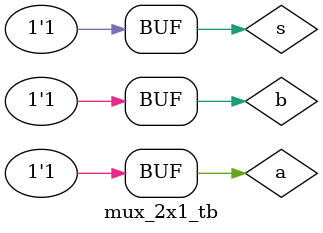
<source format=sv>
module mux_2x1 (
    input logic a,
    input logic b,
    input logic s,
    output logic y
);
    assign  y = (s ? b : a);
endmodule

module mux_2x1_tb ();
    logic a,b,s,y;
    mux_2x1 dut(a,b,s,y);
    initial begin
        $dumpfile("out.vcd");
        $dumpvars(0, mux_2x1_tb);
        $monitor("a=%0d b=%0d s=%0d y=%0d",a,b,s,y);
        a=0; b=0; s=0; #10;
        a=0; b=1; s=0; #10;
        a=1; b=0; s=0; #10;
        a=1; b=1; s=0; #10;
        a=0; b=0; s=1; #10;
        a=0; b=1; s=1; #10;
        a=1; b=0; s=1; #10;
        a=1; b=1; s=1; #10;
    end
endmodule
</source>
